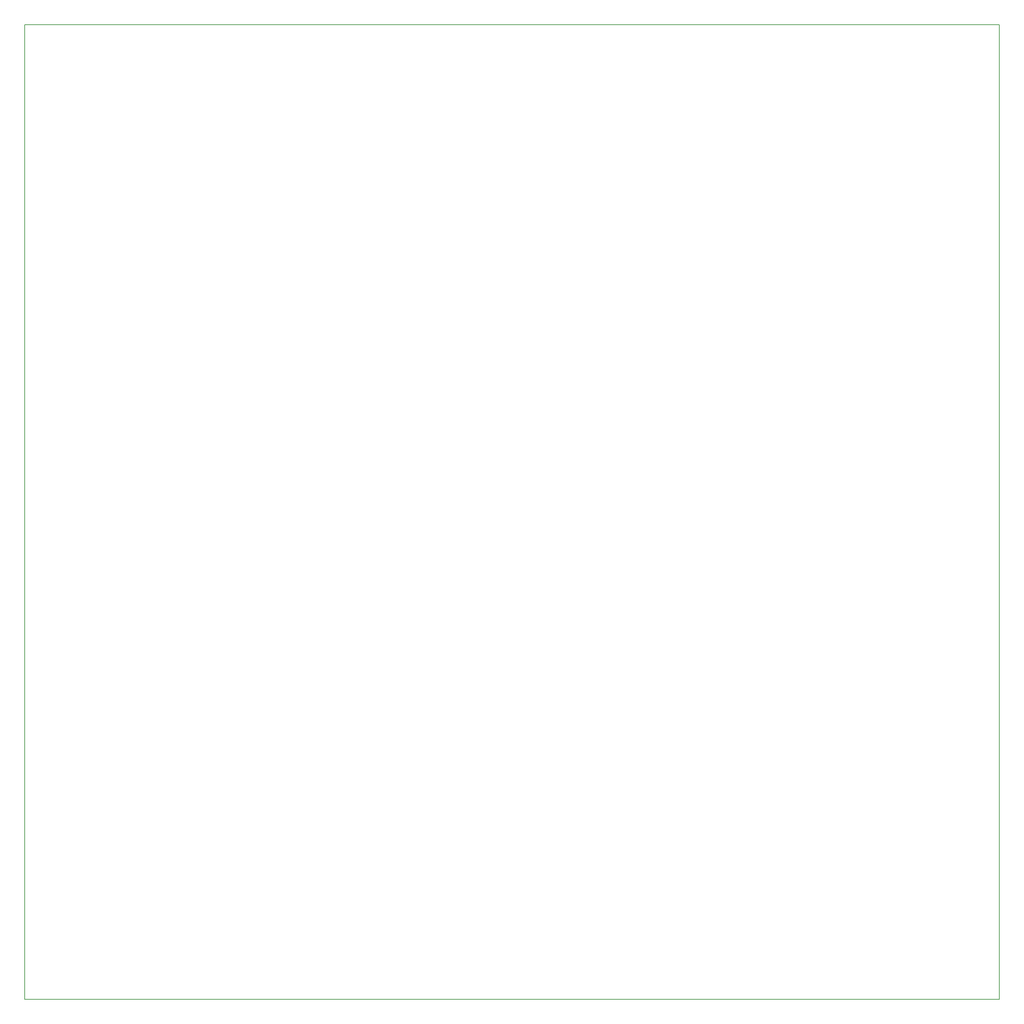
<source format=gm1>
%TF.GenerationSoftware,KiCad,Pcbnew,9.0.2*%
%TF.CreationDate,2025-11-30T17:08:26-06:00*%
%TF.ProjectId,N8PC,4e385043-2e6b-4696-9361-645f70636258,6/20/2025 004*%
%TF.SameCoordinates,Original*%
%TF.FileFunction,Profile,NP*%
%FSLAX46Y46*%
G04 Gerber Fmt 4.6, Leading zero omitted, Abs format (unit mm)*
G04 Created by KiCad (PCBNEW 9.0.2) date 2025-11-30 17:08:26*
%MOMM*%
%LPD*%
G01*
G04 APERTURE LIST*
%TA.AperFunction,Profile*%
%ADD10C,0.200000*%
%TD*%
G04 APERTURE END LIST*
D10*
X69080400Y-55872400D02*
X313080400Y-55872400D01*
X313080400Y-299872400D01*
X69080400Y-299872400D01*
X69080400Y-55872400D01*
M02*

</source>
